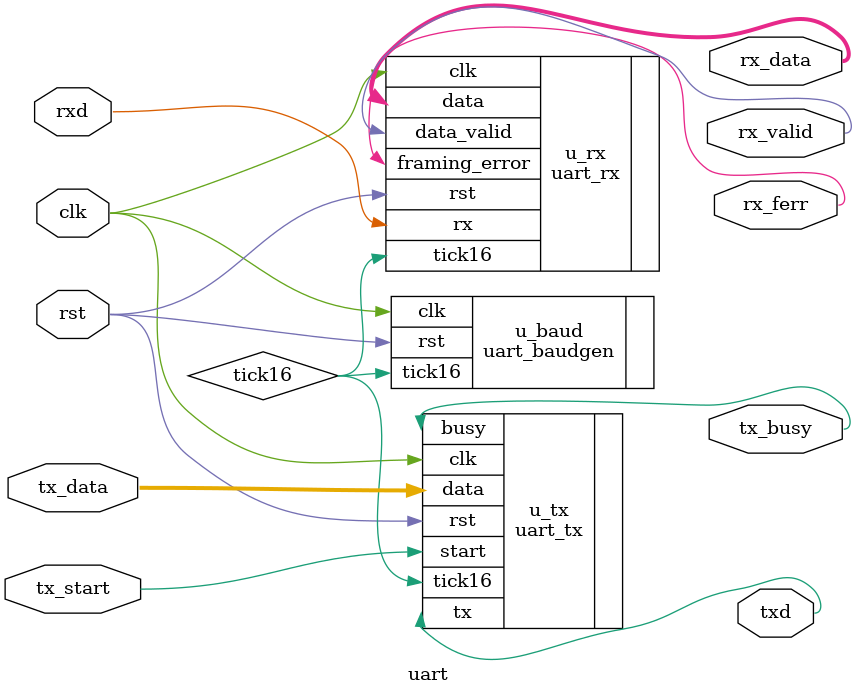
<source format=v>
`timescale 1ns/1ps
`default_nettype none

module uart #(
  parameter integer CLK_FREQ_HZ = 50_000_000,
  parameter integer BAUD        = 115200
)(
  input  wire clk,
  input  wire rst,

  // TX side
  input  wire        tx_start,
  input  wire [7:0]  tx_data,
  output wire        tx_busy,
  output wire        txd,

  // RX side
  input  wire        rxd,
  output wire [7:0]  rx_data,
  output wire        rx_valid,
  output wire        rx_ferr
);
  wire tick16;

  uart_baudgen #(
    .CLK_FREQ_HZ(CLK_FREQ_HZ),
    .BAUD(BAUD)
  ) u_baud (
    .clk(clk), .rst(rst),
    .tick16(tick16)
  );

  uart_tx #(.DATA_BITS(8)) u_tx (
    .clk(clk), .rst(rst),
    .tick16(tick16),
    .start(tx_start),
    .data(tx_data),
    .tx(txd),
    .busy(tx_busy)
  );

  uart_rx #(.DATA_BITS(8)) u_rx (
    .clk(clk), .rst(rst),
    .tick16(tick16),
    .rx(rxd),
    .data(rx_data),
    .data_valid(rx_valid),
    .framing_error(rx_ferr)
  );

endmodule

`default_nettype wire

</source>
